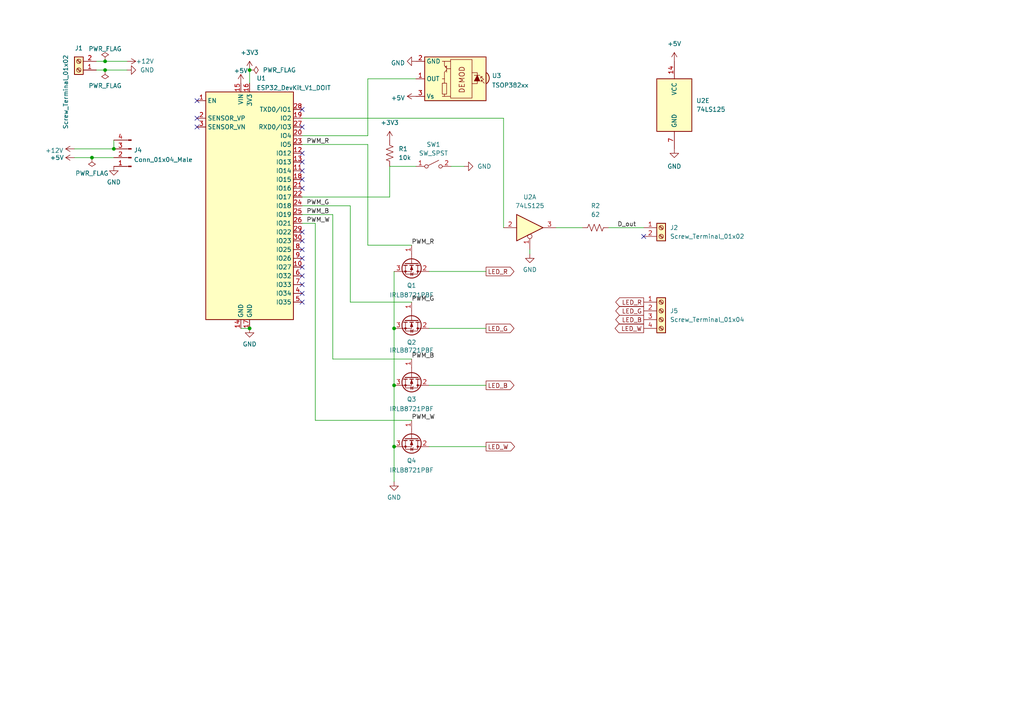
<source format=kicad_sch>
(kicad_sch (version 20211123) (generator eeschema)
  (paper "A4")
  (lib_symbols
    (symbol "74xx:74LS125" (pin_names (offset 1.016))
      (property "Reference" "U" (at 0 1.27 0))
      (property "Value" "74LS125" (at 0 -1.27 0))
      (symbol "74LS125_1_0"
        (polyline (pts (xy -3.81 3.81) (xy -3.81 -3.81) (xy 3.81 0) (xy -3.81 3.81)) (stroke (width 0.254)) (fill (type background)))
        (pin input inverted (at 0 -6.35 90) (length 4.445) (name "~") (number "1"))
        (pin input line (at -7.62 0 0) (length 3.81) (name "~") (number "2"))
        (pin tri_state line (at 7.62 0 180) (length 3.81) (name "~") (number "3"))
      )
      (symbol "74LS125_2_0"
        (polyline (pts (xy -3.81 3.81) (xy -3.81 -3.81) (xy 3.81 0) (xy -3.81 3.81)) (stroke (width 0.254)) (fill (type background)))
        (pin input inverted (at 0 -6.35 90) (length 4.445) (name "~") (number "4"))
        (pin input line (at -7.62 0 0) (length 3.81) (name "~") (number "5"))
        (pin tri_state line (at 7.62 0 180) (length 3.81) (name "~") (number "6"))
      )
      (symbol "74LS125_3_0"
        (polyline (pts (xy -3.81 3.81) (xy -3.81 -3.81) (xy 3.81 0) (xy -3.81 3.81)) (stroke (width 0.254)) (fill (type background)))
        (pin input inverted (at 0 -6.35 90) (length 4.445) (name "~") (number "10"))
        (pin tri_state line (at 7.62 0 180) (length 3.81) (name "~") (number "8"))
        (pin input line (at -7.62 0 0) (length 3.81) (name "~") (number "9"))
      )
      (symbol "74LS125_4_0"
        (polyline (pts (xy -3.81 3.81) (xy -3.81 -3.81) (xy 3.81 0) (xy -3.81 3.81)) (stroke (width 0.254)) (fill (type background)))
        (pin tri_state line (at 7.62 0 180) (length 3.81) (name "~") (number "11"))
        (pin input line (at -7.62 0 0) (length 3.81) (name "~") (number "12"))
        (pin input inverted (at 0 -6.35 90) (length 4.445) (name "~") (number "13"))
      )
      (symbol "74LS125_5_0"
        (pin power_in line (at 0 12.7 270) (length 5.08) (name "VCC") (number "14"))
        (pin power_in line (at 0 -12.7 90) (length 5.08) (name "GND") (number "7"))
      )
      (symbol "74LS125_5_1"
        (rectangle (start -5.08 7.62) (end 5.08 -7.62) (stroke (width 0.254)) (fill (type background)))
      )
    )
    (symbol "Connector:Conn_01x04_Male" (pin_names (offset 1.016) hide)
      (property "Reference" "J" (at 0 5.08 0))
      (property "Value" "Conn_01x04_Male" (at 0 -7.62 0))
      (symbol "Conn_01x04_Male_1_1"
        (polyline (pts (xy 1.27 -5.08) (xy 0.8636 -5.08)) (stroke (width 0.1524)))
        (polyline (pts (xy 1.27 -2.54) (xy 0.8636 -2.54)) (stroke (width 0.1524)))
        (polyline (pts (xy 1.27 0) (xy 0.8636 0)) (stroke (width 0.1524)))
        (polyline (pts (xy 1.27 2.54) (xy 0.8636 2.54)) (stroke (width 0.1524)))
        (rectangle (start 0.8636 -4.953) (end 0 -5.207) (stroke (width 0.1524)) (fill (type outline)))
        (rectangle (start 0.8636 -2.413) (end 0 -2.667) (stroke (width 0.1524)) (fill (type outline)))
        (rectangle (start 0.8636 0.127) (end 0 -0.127) (stroke (width 0.1524)) (fill (type outline)))
        (rectangle (start 0.8636 2.667) (end 0 2.413) (stroke (width 0.1524)) (fill (type outline)))
        (pin passive line (at 5.08 2.54 180) (length 3.81) (name "Pin_1") (number "1"))
        (pin passive line (at 5.08 0 180) (length 3.81) (name "Pin_2") (number "2"))
        (pin passive line (at 5.08 -2.54 180) (length 3.81) (name "Pin_3") (number "3"))
        (pin passive line (at 5.08 -5.08 180) (length 3.81) (name "Pin_4") (number "4"))
      )
    )
    (symbol "Connector:Screw_Terminal_01x02" (pin_names (offset 1.016) hide)
      (property "Reference" "J" (at 0 2.54 0))
      (property "Value" "Screw_Terminal_01x02" (at 0 -5.08 0))
      (symbol "Screw_Terminal_01x02_1_1"
        (rectangle (start -1.27 1.27) (end 1.27 -3.81) (stroke (width 0.254)) (fill (type background)))
        (circle (center 0 -2.54) (radius 0.635) (stroke (width 0.1524)))
        (polyline (pts (xy -0.5334 -2.2098) (xy 0.3302 -3.048)) (stroke (width 0.1524)))
        (polyline (pts (xy -0.5334 0.3302) (xy 0.3302 -0.508)) (stroke (width 0.1524)))
        (polyline (pts (xy -0.3556 -2.032) (xy 0.508 -2.8702)) (stroke (width 0.1524)))
        (polyline (pts (xy -0.3556 0.508) (xy 0.508 -0.3302)) (stroke (width 0.1524)))
        (circle (center 0 0) (radius 0.635) (stroke (width 0.1524)))
        (pin passive line (at -5.08 0 0) (length 3.81) (name "Pin_1") (number "1"))
        (pin passive line (at -5.08 -2.54 0) (length 3.81) (name "Pin_2") (number "2"))
      )
    )
    (symbol "Connector:Screw_Terminal_01x04" (pin_names (offset 1.016) hide)
      (property "Reference" "J" (at 0 5.08 0))
      (property "Value" "Screw_Terminal_01x04" (at 0 -7.62 0))
      (symbol "Screw_Terminal_01x04_1_1"
        (rectangle (start -1.27 3.81) (end 1.27 -6.35) (stroke (width 0.254)) (fill (type background)))
        (circle (center 0 -5.08) (radius 0.635) (stroke (width 0.1524)))
        (circle (center 0 -2.54) (radius 0.635) (stroke (width 0.1524)))
        (polyline (pts (xy -0.5334 -4.7498) (xy 0.3302 -5.588)) (stroke (width 0.1524)))
        (polyline (pts (xy -0.5334 -2.2098) (xy 0.3302 -3.048)) (stroke (width 0.1524)))
        (polyline (pts (xy -0.5334 0.3302) (xy 0.3302 -0.508)) (stroke (width 0.1524)))
        (polyline (pts (xy -0.5334 2.8702) (xy 0.3302 2.032)) (stroke (width 0.1524)))
        (polyline (pts (xy -0.3556 -4.572) (xy 0.508 -5.4102)) (stroke (width 0.1524)))
        (polyline (pts (xy -0.3556 -2.032) (xy 0.508 -2.8702)) (stroke (width 0.1524)))
        (polyline (pts (xy -0.3556 0.508) (xy 0.508 -0.3302)) (stroke (width 0.1524)))
        (polyline (pts (xy -0.3556 3.048) (xy 0.508 2.2098)) (stroke (width 0.1524)))
        (circle (center 0 0) (radius 0.635) (stroke (width 0.1524)))
        (circle (center 0 2.54) (radius 0.635) (stroke (width 0.1524)))
        (pin passive line (at -5.08 2.54 0) (length 3.81) (name "Pin_1") (number "1"))
        (pin passive line (at -5.08 0 0) (length 3.81) (name "Pin_2") (number "2"))
        (pin passive line (at -5.08 -2.54 0) (length 3.81) (name "Pin_3") (number "3"))
        (pin passive line (at -5.08 -5.08 0) (length 3.81) (name "Pin_4") (number "4"))
      )
    )
    (symbol "Device:R_US" (pin_numbers hide) (pin_names (offset 0))
      (property "Reference" "R" (at 2.54 0 90))
      (property "Value" "R_US" (at -2.54 0 90))
      (symbol "R_US_0_1"
        (polyline (pts (xy 0 -2.286) (xy 0 -2.54)))
        (polyline (pts (xy 0 2.286) (xy 0 2.54)))
        (polyline (pts (xy 0 -0.762) (xy 1.016 -1.143) (xy 0 -1.524) (xy -1.016 -1.905) (xy 0 -2.286)))
        (polyline (pts (xy 0 0.762) (xy 1.016 0.381) (xy 0 0) (xy -1.016 -0.381) (xy 0 -0.762)))
        (polyline (pts (xy 0 2.286) (xy 1.016 1.905) (xy 0 1.524) (xy -1.016 1.143) (xy 0 0.762)))
      )
      (symbol "R_US_1_1"
        (pin passive line (at 0 3.81 270) (length 1.27) (name "~") (number "1"))
        (pin passive line (at 0 -3.81 90) (length 1.27) (name "~") (number "2"))
      )
    )
    (symbol "ESP32_DevKit_V1_DOIT:ESP32_DevKit_V1_DOIT"
      (property "Reference" "U" (at -11.43 34.29 0))
      (property "Value" "ESP32_DevKit_V1_DOIT" (at 11.43 34.29 0))
      (symbol "ESP32_DevKit_V1_DOIT_1_1"
        (rectangle (start -12.7 33.02) (end 12.7 -33.02) (stroke (width 0.254)) (fill (type background)))
        (pin input line (at -15.24 30.48 0) (length 2.54) (name "EN") (number "1"))
        (pin bidirectional line (at 15.24 -17.78 180) (length 2.54) (name "IO27") (number "10"))
        (pin bidirectional line (at 15.24 10.16 180) (length 2.54) (name "IO14") (number "11"))
        (pin bidirectional line (at 15.24 15.24 180) (length 2.54) (name "IO12") (number "12"))
        (pin bidirectional line (at 15.24 12.7 180) (length 2.54) (name "IO13") (number "13"))
        (pin power_in line (at -2.54 -35.56 90) (length 2.54) (name "GND") (number "14"))
        (pin power_in line (at -2.54 35.56 270) (length 2.54) (name "VIN") (number "15"))
        (pin power_in line (at 0 35.56 270) (length 2.54) (name "3V3") (number "16"))
        (pin power_in line (at 0 -35.56 90) (length 2.54) (name "GND") (number "17"))
        (pin bidirectional line (at 15.24 7.62 180) (length 2.54) (name "IO15") (number "18"))
        (pin bidirectional line (at 15.24 25.4 180) (length 2.54) (name "IO2") (number "19"))
        (pin input line (at -15.24 25.4 0) (length 2.54) (name "SENSOR_VP") (number "2"))
        (pin bidirectional line (at 15.24 20.32 180) (length 2.54) (name "IO4") (number "20"))
        (pin bidirectional line (at 15.24 5.08 180) (length 2.54) (name "IO16") (number "21"))
        (pin bidirectional line (at 15.24 2.54 180) (length 2.54) (name "IO17") (number "22"))
        (pin bidirectional line (at 15.24 17.78 180) (length 2.54) (name "IO5") (number "23"))
        (pin bidirectional line (at 15.24 0 180) (length 2.54) (name "IO18") (number "24"))
        (pin bidirectional line (at 15.24 -2.54 180) (length 2.54) (name "IO19") (number "25"))
        (pin bidirectional line (at 15.24 -5.08 180) (length 2.54) (name "IO21") (number "26"))
        (pin bidirectional line (at 15.24 22.86 180) (length 2.54) (name "RXD0/IO3") (number "27"))
        (pin bidirectional line (at 15.24 27.94 180) (length 2.54) (name "TXD0/IO1") (number "28"))
        (pin bidirectional line (at 15.24 -7.62 180) (length 2.54) (name "IO22") (number "29"))
        (pin input line (at -15.24 22.86 0) (length 2.54) (name "SENSOR_VN") (number "3"))
        (pin bidirectional line (at 15.24 -10.16 180) (length 2.54) (name "IO23") (number "30"))
        (pin input line (at 15.24 -25.4 180) (length 2.54) (name "IO34") (number "4"))
        (pin input line (at 15.24 -27.94 180) (length 2.54) (name "IO35") (number "5"))
        (pin bidirectional line (at 15.24 -20.32 180) (length 2.54) (name "IO32") (number "6"))
        (pin bidirectional line (at 15.24 -22.86 180) (length 2.54) (name "IO33") (number "7"))
        (pin bidirectional line (at 15.24 -12.7 180) (length 2.54) (name "IO25") (number "8"))
        (pin bidirectional line (at 15.24 -15.24 180) (length 2.54) (name "IO26") (number "9"))
      )
    )
    (symbol "Interface_Optical:TSOP382xx"
      (property "Reference" "U" (at -10.16 7.62 0))
      (property "Value" "TSOP382xx" (at -10.16 -7.62 0))
      (symbol "TSOP382xx_0_0"
        (arc (start -10.287 1.397) (mid -11.0899 -0.1905) (end -10.287 -1.778) (stroke (width 0.254)) (fill (type background)))
        (polyline (pts (xy 1.905 -5.08) (xy 0.127 -5.08)))
        (polyline (pts (xy 1.905 5.08) (xy 0.127 5.08)))
        (text "DEMOD" (at -3.175 0.254 900) (effects (font (size 1.524 1.524))))
      )
      (symbol "TSOP382xx_0_1"
        (rectangle (start -6.096 5.588) (end 0.127 -5.588))
        (polyline (pts (xy -8.763 0.381) (xy -9.652 1.27)))
        (polyline (pts (xy -8.763 0.381) (xy -9.271 0.381)))
        (polyline (pts (xy -8.763 0.381) (xy -8.763 0.889)))
        (polyline (pts (xy -8.636 -0.635) (xy -9.525 0.254)))
        (polyline (pts (xy -8.636 -0.635) (xy -9.144 -0.635)))
        (polyline (pts (xy -8.636 -0.635) (xy -8.636 -0.127)))
        (polyline (pts (xy -8.382 -1.016) (xy -6.731 -1.016)))
        (polyline (pts (xy 1.27 -2.921) (xy 0.127 -2.921)))
        (polyline (pts (xy 1.27 -1.905) (xy 1.27 -3.81)))
        (polyline (pts (xy 1.397 -3.556) (xy 1.524 -3.556)))
        (polyline (pts (xy 1.651 -3.556) (xy 1.524 -3.556)))
        (polyline (pts (xy 1.651 -3.556) (xy 1.651 -3.302)))
        (polyline (pts (xy 1.905 0) (xy 1.905 1.27)))
        (polyline (pts (xy 1.905 4.445) (xy 1.905 5.08) (xy 2.54 5.08)))
        (polyline (pts (xy -8.382 0.635) (xy -6.731 0.635) (xy -7.62 -1.016) (xy -8.382 0.635)) (fill (type outline)))
        (polyline (pts (xy -6.096 1.397) (xy -7.62 1.397) (xy -7.62 -1.778) (xy -6.096 -1.778)))
        (polyline (pts (xy 1.27 -3.175) (xy 1.905 -3.81) (xy 1.905 -5.08) (xy 2.54 -5.08)))
        (polyline (pts (xy 1.27 -2.54) (xy 1.905 -1.905) (xy 1.905 0) (xy 2.54 0)))
        (rectangle (start 2.54 1.27) (end 1.27 4.445))
        (rectangle (start 7.62 6.35) (end -10.16 -6.35) (stroke (width 0.254)) (fill (type background)))
      )
      (symbol "TSOP382xx_1_1"
        (pin output line (at 10.16 0 180) (length 2.54) (name "OUT") (number "1"))
        (pin power_in line (at 10.16 -5.08 180) (length 2.54) (name "GND") (number "2"))
        (pin power_in line (at 10.16 5.08 180) (length 2.54) (name "Vs") (number "3"))
      )
    )
    (symbol "Switch:SW_SPST" (pin_names (offset 0) hide)
      (property "Reference" "SW" (at 0 3.175 0))
      (property "Value" "SW_SPST" (at 0 -2.54 0))
      (symbol "SW_SPST_0_0"
        (circle (center -2.032 0) (radius 0.508))
        (polyline (pts (xy -1.524 0.254) (xy 1.524 1.778)))
        (circle (center 2.032 0) (radius 0.508))
      )
      (symbol "SW_SPST_1_1"
        (pin passive line (at -5.08 0 0) (length 2.54) (name "A") (number "1"))
        (pin passive line (at 5.08 0 180) (length 2.54) (name "B") (number "2"))
      )
    )
    (symbol "Transistor_FET:IRLB8721PBF" (pin_names hide)
      (property "Reference" "Q" (at 6.35 1.905 0))
      (property "Value" "IRLB8721PBF" (at 6.35 0 0))
      (symbol "IRLB8721PBF_0_1"
        (polyline (pts (xy 0.254 0) (xy -2.54 0)))
        (polyline (pts (xy 0.254 1.905) (xy 0.254 -1.905)) (stroke (width 0.254)))
        (polyline (pts (xy 0.762 -1.27) (xy 0.762 -2.286)) (stroke (width 0.254)))
        (polyline (pts (xy 0.762 0.508) (xy 0.762 -0.508)) (stroke (width 0.254)))
        (polyline (pts (xy 0.762 2.286) (xy 0.762 1.27)) (stroke (width 0.254)))
        (polyline (pts (xy 2.54 2.54) (xy 2.54 1.778)))
        (polyline (pts (xy 2.54 -2.54) (xy 2.54 0) (xy 0.762 0)))
        (polyline (pts (xy 0.762 -1.778) (xy 3.302 -1.778) (xy 3.302 1.778) (xy 0.762 1.778)))
        (polyline (pts (xy 1.016 0) (xy 2.032 0.381) (xy 2.032 -0.381) (xy 1.016 0)) (fill (type outline)))
        (polyline (pts (xy 2.794 0.508) (xy 2.921 0.381) (xy 3.683 0.381) (xy 3.81 0.254)))
        (polyline (pts (xy 3.302 0.381) (xy 2.921 -0.254) (xy 3.683 -0.254) (xy 3.302 0.381)))
        (circle (center 1.651 0) (radius 2.794) (stroke (width 0.254)))
        (circle (center 2.54 -1.778) (radius 0.254) (fill (type outline)))
        (circle (center 2.54 1.778) (radius 0.254) (fill (type outline)))
      )
      (symbol "IRLB8721PBF_1_1"
        (pin input line (at -5.08 0 0) (length 2.54) (name "G") (number "1"))
        (pin passive line (at 2.54 5.08 270) (length 2.54) (name "D") (number "2"))
        (pin passive line (at 2.54 -5.08 90) (length 2.54) (name "S") (number "3"))
      )
    )
    (symbol "power:+12V" (power) (pin_names (offset 0))
      (property "Value" "+12V" (at 0 3.556 0))
      (symbol "+12V_0_1"
        (polyline (pts (xy -0.762 1.27) (xy 0 2.54)))
        (polyline (pts (xy 0 0) (xy 0 2.54)))
        (polyline (pts (xy 0 2.54) (xy 0.762 1.27)))
      )
      (symbol "+12V_1_1"
        (pin power_in line (at 0 0 90) (length 0) hide (name "+12V") (number "1"))
      )
    )
    (symbol "power:+3V3" (power) (pin_names (offset 0))
      (property "Value" "+3V3" (at 0 3.556 0))
      (symbol "+3V3_0_1"
        (polyline (pts (xy -0.762 1.27) (xy 0 2.54)))
        (polyline (pts (xy 0 0) (xy 0 2.54)))
        (polyline (pts (xy 0 2.54) (xy 0.762 1.27)))
      )
      (symbol "+3V3_1_1"
        (pin power_in line (at 0 0 90) (length 0) hide (name "+3V3") (number "1"))
      )
    )
    (symbol "power:+5V" (power) (pin_names (offset 0))
      (property "Value" "+5V" (at 0 3.556 0))
      (symbol "+5V_0_1"
        (polyline (pts (xy -0.762 1.27) (xy 0 2.54)))
        (polyline (pts (xy 0 0) (xy 0 2.54)))
        (polyline (pts (xy 0 2.54) (xy 0.762 1.27)))
      )
      (symbol "+5V_1_1"
        (pin power_in line (at 0 0 90) (length 0) hide (name "+5V") (number "1"))
      )
    )
    (symbol "power:GND" (power) (pin_names (offset 0))
      (property "Value" "GND" (at 0 -3.81 0))
      (symbol "GND_0_1"
        (polyline (pts (xy 0 0) (xy 0 -1.27) (xy 1.27 -1.27) (xy 0 -2.54) (xy -1.27 -1.27) (xy 0 -1.27)))
      )
      (symbol "GND_1_1"
        (pin power_in line (at 0 0 270) (length 0) hide (name "GND") (number "1"))
      )
    )
    (symbol "power:PWR_FLAG" (power) (pin_numbers hide) (pin_names (offset 0) hide)
      (property "Value" "PWR_FLAG" (at 0 3.81 0))
      (symbol "PWR_FLAG_0_0"
        (pin power_out line (at 0 0 90) (length 0) (name "pwr") (number "1"))
      )
      (symbol "PWR_FLAG_0_1"
        (polyline (pts (xy 0 0) (xy 0 1.27) (xy -1.016 1.905) (xy 0 2.54) (xy 1.016 1.905) (xy 0 1.27)))
      )
    )
  )
  (junction (at 72.39 20.32))
  (junction (at 30.48 20.32))
  (junction (at 114.3 95.25))
  (junction (at 72.39 95.25))
  (junction (at 30.48 17.78))
  (junction (at 114.3 111.76))
  (junction (at 26.67 45.72))
  (junction (at 114.3 129.54))
  (junction (at 33.02 43.18))
  (no_connect (at 87.63 82.55))
  (no_connect (at 87.63 46.99))
  (no_connect (at 87.63 49.53))
  (no_connect (at 57.15 29.21))
  (no_connect (at 57.15 36.83))
  (no_connect (at 57.15 34.29))
  (no_connect (at 87.63 31.75))
  (no_connect (at 87.63 44.45))
  (no_connect (at 87.63 80.01))
  (no_connect (at 87.63 36.83))
  (no_connect (at 87.63 85.09))
  (no_connect (at 87.63 52.07))
  (no_connect (at 186.69 68.58))
  (no_connect (at 87.63 74.93))
  (no_connect (at 87.63 72.39))
  (no_connect (at 87.63 69.85))
  (no_connect (at 87.63 67.31))
  (no_connect (at 87.63 54.61))
  (no_connect (at 87.63 77.47))
  (no_connect (at 87.63 87.63))
  (wire (pts (xy 33.02 40.64) (xy 33.02 43.18)))
  (wire (pts (xy 87.63 41.91) (xy 106.68 41.91)))
  (wire (pts (xy 106.68 71.12) (xy 119.38 71.12)))
  (wire (pts (xy 87.63 57.15) (xy 113.03 57.15)))
  (wire (pts (xy 146.05 34.29) (xy 146.05 66.04)))
  (wire (pts (xy 87.63 64.77) (xy 91.44 64.77)))
  (wire (pts (xy 113.03 57.15) (xy 113.03 48.26)))
  (wire (pts (xy 91.44 64.77) (xy 91.44 121.92)))
  (wire (pts (xy 124.46 95.25) (xy 140.97 95.25)))
  (wire (pts (xy 124.46 129.54) (xy 140.97 129.54)))
  (wire (pts (xy 114.3 78.74) (xy 114.3 95.25)))
  (wire (pts (xy 30.48 17.78) (xy 36.83 17.78)))
  (wire (pts (xy 114.3 129.54) (xy 114.3 139.7)))
  (wire (pts (xy 26.67 45.72) (xy 33.02 45.72)))
  (wire (pts (xy 114.3 95.25) (xy 114.3 111.76)))
  (wire (pts (xy 36.83 20.32) (xy 30.48 20.32)))
  (wire (pts (xy 114.3 111.76) (xy 114.3 129.54)))
  (wire (pts (xy 87.63 62.23) (xy 96.52 62.23)))
  (wire (pts (xy 106.68 39.37) (xy 106.68 22.86)))
  (wire (pts (xy 72.39 20.32) (xy 72.39 24.13)))
  (wire (pts (xy 96.52 104.14) (xy 96.52 62.23)))
  (wire (pts (xy 101.6 87.63) (xy 101.6 59.69)))
  (wire (pts (xy 87.63 34.29) (xy 146.05 34.29)))
  (wire (pts (xy 21.59 45.72) (xy 26.67 45.72)))
  (wire (pts (xy 21.59 43.18) (xy 33.02 43.18)))
  (wire (pts (xy 130.81 48.26) (xy 134.62 48.26)))
  (wire (pts (xy 96.52 104.14) (xy 119.38 104.14)))
  (wire (pts (xy 30.48 20.32) (xy 27.94 20.32)))
  (wire (pts (xy 153.67 72.39) (xy 153.67 73.66)))
  (wire (pts (xy 106.68 22.86) (xy 120.65 22.86)))
  (wire (pts (xy 161.29 66.04) (xy 168.91 66.04)))
  (wire (pts (xy 113.03 48.26) (xy 120.65 48.26)))
  (wire (pts (xy 124.46 111.76) (xy 140.97 111.76)))
  (wire (pts (xy 176.53 66.04) (xy 186.69 66.04)))
  (wire (pts (xy 124.46 78.74) (xy 140.97 78.74)))
  (wire (pts (xy 106.68 71.12) (xy 106.68 41.91)))
  (wire (pts (xy 30.48 17.78) (xy 27.94 17.78)))
  (wire (pts (xy 101.6 87.63) (xy 119.38 87.63)))
  (wire (pts (xy 91.44 121.92) (xy 119.38 121.92)))
  (wire (pts (xy 87.63 39.37) (xy 106.68 39.37)))
  (wire (pts (xy 69.85 95.25) (xy 72.39 95.25)))
  (wire (pts (xy 87.63 59.69) (xy 101.6 59.69)))
  (label "PWM_W" (at 88.9 64.77 0))
  (label "PWM_B" (at 88.9 62.23 0))
  (label "PWM_G" (at 88.9 59.69 0))
  (label "PWM_R" (at 119.38 71.12 0))
  (label "PWM_B" (at 119.38 104.14 0))
  (label "PWM_W" (at 119.38 121.92 0))
  (label "D_out" (at 179.07 66.04 0))
  (label "PWM_R" (at 88.9 41.91 0))
  (label "PWM_G" (at 119.38 87.63 0))
  (global_label "LED_G" (shape output) (at 186.69 90.17 180) (property "Intersheet References" "${INTERSHEET_REFS}" (effects hide)))
  (global_label "LED_W" (shape output) (at 186.69 95.25 180) (property "Intersheet References" "${INTERSHEET_REFS}" (effects hide)))
  (global_label "LED_G" (shape output) (at 140.97 95.25 0) (property "Intersheet References" "${INTERSHEET_REFS}" (effects hide)))
  (global_label "LED_R" (shape output) (at 186.69 87.63 180) (property "Intersheet References" "${INTERSHEET_REFS}" (effects hide)))
  (global_label "LED_W" (shape output) (at 140.97 129.54 0) (property "Intersheet References" "${INTERSHEET_REFS}" (effects hide)))
  (global_label "LED_B" (shape output) (at 140.97 111.76 0) (property "Intersheet References" "${INTERSHEET_REFS}" (effects hide)))
  (global_label "LED_B" (shape output) (at 186.69 92.71 180) (property "Intersheet References" "${INTERSHEET_REFS}" (effects hide)))
  (global_label "LED_R" (shape output) (at 140.97 78.74 0) (property "Intersheet References" "${INTERSHEET_REFS}" (effects hide)))
  (symbol (lib_id "power:+5V") (at 195.58 17.78 0) (unit 1)
    (property "Reference" "#PWR04" (effects hide))
    (property "Value" "+5V" (at 195.58 12.7 0))
  )
  (symbol (lib_id "power:+12V") (at 36.83 17.78 270) (unit 1)
    (property "Reference" "#PWR0108" (effects hide))
    (property "Value" "+12V" (at 39.37 17.78 90) (effects (justify left)))
  )
  (symbol (lib_id "power:GND") (at 153.67 73.66 0) (unit 1)
    (property "Reference" "#PWR06" (effects hide))
    (property "Value" "GND" (at 153.67 78.2225 0))
  )
  (symbol (lib_id "power:PWR_FLAG") (at 30.48 20.32 180) (unit 1)
    (property "Reference" "#FLG0103" (effects hide))
    (property "Value" "PWR_FLAG" (at 30.48 24.8825 0))
  )
  (symbol (lib_id "Transistor_FET:IRLB8721PBF") (at 119.38 109.22 270) (unit 1)
    (property "Reference" "Q3" (at 119.38 115.8145 90))
    (property "Value" "IRLB8721PBF" (at 119.38 118.5896 90))
    (property "Footprint" "Package_TO_SOT_THT:TO-220-3_Vertical" (effects hide))
    (property "Datasheet" "http://www.infineon.com/dgdl/irlb8721pbf.pdf?fileId=5546d462533600a40153566056732591" (effects hide))
  )
  (symbol (lib_id "Transistor_FET:IRLB8721PBF") (at 119.38 76.2 270) (unit 1)
    (property "Reference" "Q1" (at 119.38 82.7945 90))
    (property "Value" "IRLB8721PBF" (at 119.38 85.5696 90))
    (property "Footprint" "Package_TO_SOT_THT:TO-220-3_Vertical" (effects hide))
    (property "Datasheet" "http://www.infineon.com/dgdl/irlb8721pbf.pdf?fileId=5546d462533600a40153566056732591" (effects hide))
  )
  (symbol (lib_id "Connector:Conn_01x04_Male") (at 38.1 45.72 180) (unit 1)
    (property "Reference" "J4" (at 38.8112 43.5415 0) (effects (justify right)))
    (property "Value" "Conn_01x04_Male" (at 38.8112 46.3166 0) (effects (justify right)))
    (property "Footprint" "Connector_PinHeader_2.54mm:PinHeader_1x04_P2.54mm_Vertical" (effects hide))
  )
  (symbol (lib_id "power:+3V3") (at 113.03 40.64 0) (unit 1)
    (property "Reference" "#PWR02" (effects hide))
    (property "Value" "+3V3" (at 113.03 35.56 0))
  )
  (symbol (lib_id "power:GND") (at 120.65 17.78 270) (unit 1)
    (property "Reference" "#PWR0110" (effects hide))
    (property "Value" "GND" (at 117.4751 18.259 90) (effects (justify right)))
  )
  (symbol (lib_id "Transistor_FET:IRLB8721PBF") (at 119.38 127 270) (unit 1)
    (property "Reference" "Q4" (at 119.38 133.5945 90))
    (property "Value" "IRLB8721PBF" (at 119.38 136.3696 90))
    (property "Footprint" "Package_TO_SOT_THT:TO-220-3_Vertical" (effects hide))
    (property "Datasheet" "http://www.infineon.com/dgdl/irlb8721pbf.pdf?fileId=5546d462533600a40153566056732591" (effects hide))
  )
  (symbol (lib_id "Connector:Screw_Terminal_01x02") (at 191.77 66.04 0) (unit 1)
    (property "Reference" "J2" (at 194.31 66.0399 0) (effects (justify left)))
    (property "Value" "Screw_Terminal_01x02" (at 194.31 68.5799 0) (effects (justify left)))
    (property "Footprint" "TerminalBlock:TerminalBlock_bornier-2_P5.08mm" (effects hide))
  )
  (symbol (lib_id "power:GND") (at 72.39 95.25 0) (mirror y) (unit 1)
    (property "Reference" "#PWR0102" (effects hide))
    (property "Value" "GND" (at 72.39 99.8125 0))
  )
  (symbol (lib_id "Device:R_US") (at 172.72 66.04 90) (unit 1)
    (property "Reference" "R2" (at 172.72 59.69 90))
    (property "Value" "62" (at 172.72 62.23 90))
    (property "Footprint" "Resistor_THT:R_Axial_DIN0207_L6.3mm_D2.5mm_P7.62mm_Horizontal" (effects hide))
  )
  (symbol (lib_id "power:GND") (at 33.02 48.26 0) (unit 1)
    (property "Reference" "#PWR0104" (effects hide))
    (property "Value" "GND" (at 33.02 52.8225 0))
  )
  (symbol (lib_id "ESP32_DevKit_V1_DOIT:ESP32_DevKit_V1_DOIT") (at 72.39 59.69 0) (unit 1)
    (property "Reference" "U1" (at 74.4094 22.7035 0) (effects (justify left)))
    (property "Value" "ESP32_DevKit_V1_DOIT" (at 74.4094 25.4786 0) (effects (justify left)))
    (property "Footprint" "ESP32_DevKit_V1_DOIT:esp32_devkit_v1_doit" (effects hide))
    (property "Datasheet" "https://aliexpress.com/item/32864722159.html" (effects hide))
  )
  (symbol (lib_id "power:GND") (at 195.58 43.18 0) (unit 1)
    (property "Reference" "#PWR05" (effects hide))
    (property "Value" "GND" (at 195.58 48.26 0))
  )
  (symbol (lib_id "74xx:74LS125") (at 195.58 30.48 0) (unit 5)
    (property "Reference" "U2" (at 201.93 29.2099 0) (effects (justify left)))
    (property "Value" "74LS125" (at 201.93 31.7499 0) (effects (justify left)))
    (property "Footprint" "Package_DIP:DIP-14_W7.62mm" (effects hide))
    (property "Datasheet" "http://www.ti.com/lit/gpn/sn74LS125" (effects hide))
  )
  (symbol (lib_id "power:GND") (at 114.3 139.7 0) (unit 1)
    (property "Reference" "#PWR0103" (effects hide))
    (property "Value" "GND" (at 114.3 144.2625 0))
  )
  (symbol (lib_id "power:PWR_FLAG") (at 30.48 17.78 0) (unit 1)
    (property "Reference" "#FLG0102" (effects hide))
    (property "Value" "PWR_FLAG" (at 30.48 14.1755 0))
  )
  (symbol (lib_id "power:+5V") (at 69.85 24.13 0) (mirror y) (unit 1)
    (property "Reference" "#PWR0107" (effects hide))
    (property "Value" "+5V" (at 69.85 20.5255 0))
  )
  (symbol (lib_id "power:GND") (at 134.62 48.26 90) (unit 1)
    (property "Reference" "#PWR03" (effects hide))
    (property "Value" "GND" (at 138.43 48.2599 90) (effects (justify right)))
  )
  (symbol (lib_id "power:+12V") (at 21.59 43.18 90) (unit 1)
    (property "Reference" "#PWR0105" (effects hide))
    (property "Value" "+12V" (at 18.415 43.659 90) (effects (justify left)))
  )
  (symbol (lib_id "power:+5V") (at 120.65 27.94 90) (unit 1)
    (property "Reference" "#PWR0101" (effects hide))
    (property "Value" "+5V" (at 117.4751 28.419 90) (effects (justify left)))
  )
  (symbol (lib_id "Connector:Screw_Terminal_01x02") (at 22.86 20.32 180) (unit 1)
    (property "Reference" "J1" (at 22.86 13.97 0))
    (property "Value" "Screw_Terminal_01x02" (at 19.05 26.67 90))
    (property "Footprint" "TerminalBlock:TerminalBlock_bornier-2_P5.08mm" (effects hide))
  )
  (symbol (lib_id "Device:R_US") (at 113.03 44.45 0) (unit 1)
    (property "Reference" "R1" (at 115.57 43.1799 0) (effects (justify left)))
    (property "Value" "10k" (at 115.57 45.7199 0) (effects (justify left)))
    (property "Footprint" "Resistor_THT:R_Axial_DIN0207_L6.3mm_D2.5mm_P7.62mm_Horizontal" (effects hide))
  )
  (symbol (lib_id "power:PWR_FLAG") (at 26.67 45.72 180) (unit 1)
    (property "Reference" "#FLG0101" (effects hide))
    (property "Value" "PWR_FLAG" (at 26.67 50.2825 0))
  )
  (symbol (lib_id "Switch:SW_SPST") (at 125.73 48.26 0) (unit 1)
    (property "Reference" "SW1" (at 125.73 41.91 0))
    (property "Value" "SW_SPST" (at 125.73 44.45 0))
    (property "Footprint" "Button_Switch_THT:SW_PUSH_6mm_H5mm" (effects hide))
  )
  (symbol (lib_id "power:PWR_FLAG") (at 72.39 20.32 270) (unit 1)
    (property "Reference" "#FLG01" (effects hide))
    (property "Value" "PWR_FLAG" (at 76.2 20.3199 90) (effects (justify left)))
  )
  (symbol (lib_id "Interface_Optical:TSOP382xx") (at 130.81 22.86 180) (unit 1)
    (property "Reference" "U3" (at 142.6618 21.9515 0) (effects (justify right)))
    (property "Value" "TSOP382xx" (at 142.6618 24.7266 0) (effects (justify right)))
    (property "Footprint" "OptoDevice:Vishay_MINICAST-3Pin" (effects hide))
    (property "Datasheet" "http://www.vishay.com/docs/82491/tsop382.pdf" (effects hide))
  )
  (symbol (lib_id "Transistor_FET:IRLB8721PBF") (at 119.38 92.71 270) (unit 1)
    (property "Reference" "Q2" (at 119.38 99.3045 90))
    (property "Value" "IRLB8721PBF" (at 119.38 101.6 90))
    (property "Footprint" "Package_TO_SOT_THT:TO-220-3_Vertical" (effects hide))
    (property "Datasheet" "http://www.infineon.com/dgdl/irlb8721pbf.pdf?fileId=5546d462533600a40153566056732591" (effects hide))
  )
  (symbol (lib_id "power:+3V3") (at 72.39 20.32 0) (unit 1)
    (property "Reference" "#PWR01" (effects hide))
    (property "Value" "+3V3" (at 72.39 15.24 0))
  )
  (symbol (lib_id "Connector:Screw_Terminal_01x04") (at 191.77 90.17 0) (unit 1)
    (property "Reference" "J5" (at 194.31 90.1699 0) (effects (justify left)))
    (property "Value" "Screw_Terminal_01x04" (at 194.31 92.7099 0) (effects (justify left)))
    (property "Footprint" "TerminalBlock:TerminalBlock_bornier-4_P5.08mm" (effects hide))
  )
  (symbol (lib_id "power:GND") (at 36.83 20.32 90) (unit 1)
    (property "Reference" "#PWR0109" (effects hide))
    (property "Value" "GND" (at 40.64 20.32 90) (effects (justify right)))
  )
  (symbol (lib_id "power:+5V") (at 21.59 45.72 90) (unit 1)
    (property "Reference" "#PWR0106" (effects hide))
    (property "Value" "+5V" (at 16.51 45.72 90))
  )
  (symbol (lib_id "74xx:74LS125") (at 153.67 66.04 0) (unit 1)
    (property "Reference" "U2" (at 153.67 57.15 0))
    (property "Value" "74LS125" (at 153.67 59.69 0))
    (property "Footprint" "Package_DIP:DIP-14_W7.62mm" (effects hide))
    (property "Datasheet" "http://www.ti.com/lit/gpn/sn74LS125" (effects hide))
  )
)
</source>
